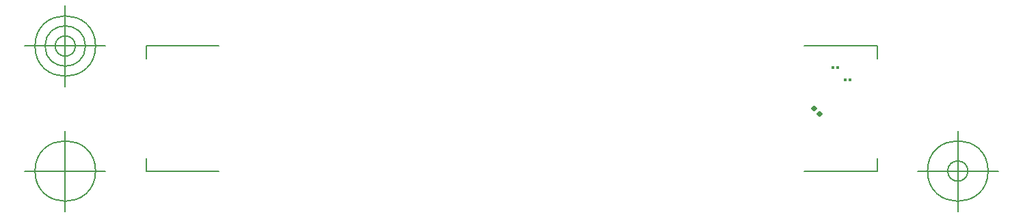
<source format=gbr>
G04 Generated by Ultiboard 14.2 *
%FSLAX46Y46*%
%MOIN*%

%ADD10C,0.000001*%
%ADD11C,0.005000*%
%ADD12P,0.032293X4*%
%ADD13R,0.018110X0.016535*%


G04 ColorRGB 009966 for the following layer *
%LN_uc552a9710a5c425e955c42*%
%LPD*%
G54D10*
G54D11*
X-10000Y-206850D02*
X-10000Y-145795D01*
X-10000Y-206850D02*
X346331Y-206850D01*
X3553307Y-206850D02*
X3196976Y-206850D01*
X3553307Y-206850D02*
X3553307Y-145795D01*
X3553307Y403701D02*
X3553307Y342646D01*
X3553307Y403701D02*
X3196976Y403701D01*
X-10000Y403701D02*
X346331Y403701D01*
X-10000Y403701D02*
X-10000Y342646D01*
X-206850Y-206850D02*
X-600551Y-206850D01*
X-403701Y-403701D02*
X-403701Y-10000D01*
X-551339Y-206850D02*
G75*
D01*
G02X-551339Y-206850I147638J0*
G01*
X3750157Y-206850D02*
X4143858Y-206850D01*
X3947008Y-403701D02*
X3947008Y-10000D01*
X3799370Y-206850D02*
G75*
D01*
G02X3799370Y-206850I147638J0*
G01*
X3897795Y-206850D02*
G75*
D01*
G02X3897795Y-206850I49213J0*
G01*
X-206850Y403701D02*
X-600551Y403701D01*
X-403701Y206850D02*
X-403701Y600551D01*
X-551339Y403701D02*
G75*
D01*
G02X-551339Y403701I147638J0*
G01*
X-502126Y403701D02*
G75*
D01*
G02X-502126Y403701I98425J0*
G01*
X-452913Y403701D02*
G75*
D01*
G02X-452913Y403701I49212J0*
G01*
G54D12*
X3245245Y97527D03*
X3247473Y99755D03*
X3272527Y70245D03*
X3274755Y72473D03*
G54D13*
X3422992Y240000D03*
X3397008Y240000D03*
X3337008Y300000D03*
X3362992Y300000D03*

M02*

</source>
